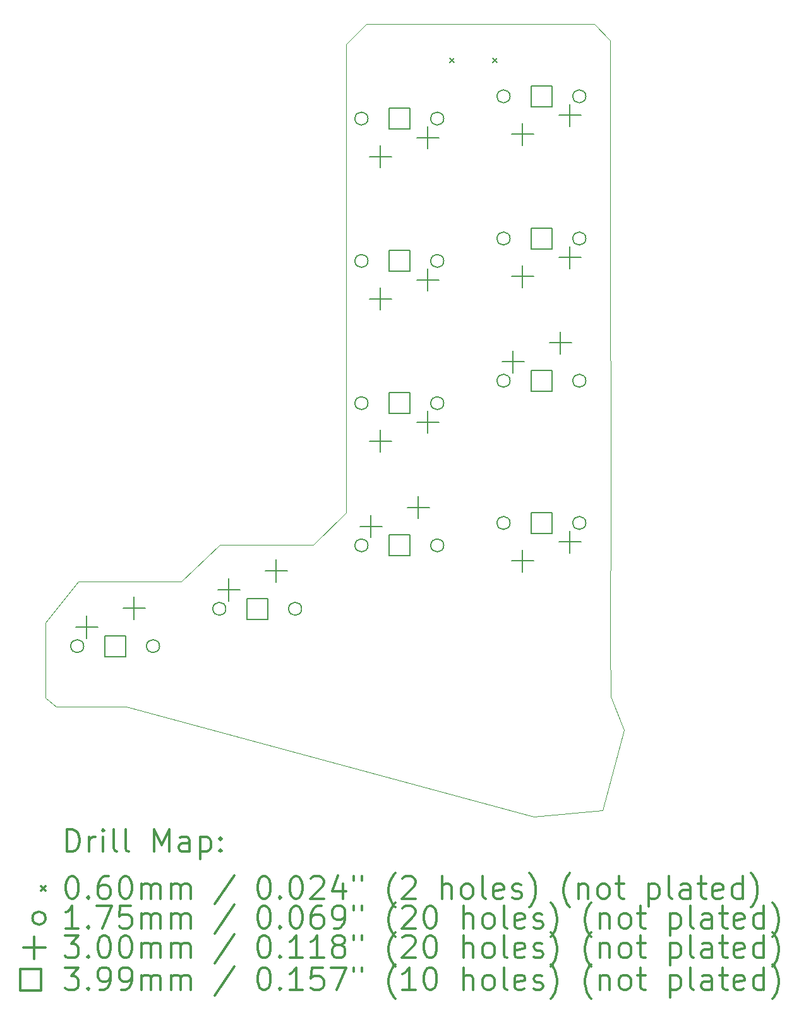
<source format=gbr>
%FSLAX45Y45*%
G04 Gerber Fmt 4.5, Leading zero omitted, Abs format (unit mm)*
G04 Created by KiCad (PCBNEW (5.1.4)-1) date 2023-02-10 21:16:50*
%MOMM*%
%LPD*%
G04 APERTURE LIST*
%ADD10C,0.050000*%
%ADD11C,0.200000*%
%ADD12C,0.300000*%
G04 APERTURE END LIST*
D10*
X12925419Y-47405040D02*
X13213232Y-46328860D01*
X13033421Y-45883812D02*
X13032185Y-45151986D01*
X13033421Y-45883812D02*
X13213232Y-46328860D01*
X9763279Y-36876295D02*
X12813279Y-36876295D01*
X5463279Y-44891295D02*
X5903279Y-44341295D01*
X13031480Y-37091016D02*
X12813279Y-36876295D01*
X13031346Y-39391871D02*
X13031480Y-39216016D01*
X5463279Y-45901295D02*
X5603279Y-46021295D01*
X6523279Y-46021295D02*
X6543279Y-46021295D01*
X9493279Y-39271295D02*
X9493279Y-43421295D01*
X6523279Y-46021295D02*
X5603279Y-46021295D01*
X9050000Y-43850000D02*
X9493279Y-43421295D01*
X7800000Y-43850000D02*
X7283279Y-44341295D01*
X9763279Y-36876295D02*
X9493279Y-37146295D01*
X5463279Y-44891295D02*
X5463279Y-45901295D01*
X13031346Y-39391871D02*
X13033920Y-43349053D01*
X13032185Y-45151986D02*
X13032767Y-45050023D01*
X12925419Y-47405040D02*
X12003279Y-47491295D01*
X13033920Y-43349053D02*
X13032767Y-45050023D01*
X13031480Y-37311016D02*
X13031480Y-37091016D01*
X9493279Y-39271295D02*
X9493279Y-37366295D01*
X9493279Y-37366295D02*
X9493279Y-37146295D01*
X13031480Y-39216016D02*
X13031480Y-37311016D01*
X9050000Y-43850000D02*
X7800000Y-43850000D01*
X7283279Y-44341295D02*
X5903279Y-44341295D01*
X12003279Y-47491295D02*
X6543279Y-46021295D01*
D11*
X10879000Y-37331500D02*
X10939000Y-37391500D01*
X10939000Y-37331500D02*
X10879000Y-37391500D01*
X11457000Y-37331500D02*
X11517000Y-37391500D01*
X11517000Y-37331500D02*
X11457000Y-37391500D01*
X11687779Y-39746295D02*
G75*
G03X11687779Y-39746295I-87500J0D01*
G01*
X12703779Y-39746295D02*
G75*
G03X12703779Y-39746295I-87500J0D01*
G01*
X9782779Y-38140000D02*
G75*
G03X9782779Y-38140000I-87500J0D01*
G01*
X10798779Y-38140000D02*
G75*
G03X10798779Y-38140000I-87500J0D01*
G01*
X9782779Y-41951295D02*
G75*
G03X9782779Y-41951295I-87500J0D01*
G01*
X10798779Y-41951295D02*
G75*
G03X10798779Y-41951295I-87500J0D01*
G01*
X9782779Y-43856295D02*
G75*
G03X9782779Y-43856295I-87500J0D01*
G01*
X10798779Y-43856295D02*
G75*
G03X10798779Y-43856295I-87500J0D01*
G01*
X11687779Y-43556295D02*
G75*
G03X11687779Y-43556295I-87500J0D01*
G01*
X12703779Y-43556295D02*
G75*
G03X12703779Y-43556295I-87500J0D01*
G01*
X5972779Y-45206295D02*
G75*
G03X5972779Y-45206295I-87500J0D01*
G01*
X6988779Y-45206295D02*
G75*
G03X6988779Y-45206295I-87500J0D01*
G01*
X7877779Y-44706295D02*
G75*
G03X7877779Y-44706295I-87500J0D01*
G01*
X8893779Y-44706295D02*
G75*
G03X8893779Y-44706295I-87500J0D01*
G01*
X11687779Y-37842000D02*
G75*
G03X11687779Y-37842000I-87500J0D01*
G01*
X12703779Y-37842000D02*
G75*
G03X12703779Y-37842000I-87500J0D01*
G01*
X11687779Y-41651295D02*
G75*
G03X11687779Y-41651295I-87500J0D01*
G01*
X12703779Y-41651295D02*
G75*
G03X12703779Y-41651295I-87500J0D01*
G01*
X9782779Y-40046295D02*
G75*
G03X9782779Y-40046295I-87500J0D01*
G01*
X10798779Y-40046295D02*
G75*
G03X10798779Y-40046295I-87500J0D01*
G01*
X11854279Y-43914295D02*
X11854279Y-44214295D01*
X11704279Y-44064295D02*
X12004279Y-44064295D01*
X12489279Y-43660295D02*
X12489279Y-43960295D01*
X12339279Y-43810295D02*
X12639279Y-43810295D01*
X6012279Y-44802295D02*
X6012279Y-45102295D01*
X5862279Y-44952295D02*
X6162279Y-44952295D01*
X6647279Y-44548295D02*
X6647279Y-44848295D01*
X6497279Y-44698295D02*
X6797279Y-44698295D01*
X7917279Y-44302295D02*
X7917279Y-44602295D01*
X7767279Y-44452295D02*
X8067279Y-44452295D01*
X8552279Y-44048295D02*
X8552279Y-44348295D01*
X8402279Y-44198295D02*
X8702279Y-44198295D01*
X11854279Y-38200000D02*
X11854279Y-38500000D01*
X11704279Y-38350000D02*
X12004279Y-38350000D01*
X12489279Y-37946000D02*
X12489279Y-38246000D01*
X12339279Y-38096000D02*
X12639279Y-38096000D01*
X11727279Y-41247295D02*
X11727279Y-41547295D01*
X11577279Y-41397295D02*
X11877279Y-41397295D01*
X12362279Y-40993295D02*
X12362279Y-41293295D01*
X12212279Y-41143295D02*
X12512279Y-41143295D01*
X9949279Y-40404295D02*
X9949279Y-40704295D01*
X9799279Y-40554295D02*
X10099279Y-40554295D01*
X10584279Y-40150295D02*
X10584279Y-40450295D01*
X10434279Y-40300295D02*
X10734279Y-40300295D01*
X11854279Y-40104295D02*
X11854279Y-40404295D01*
X11704279Y-40254295D02*
X12004279Y-40254295D01*
X12489279Y-39850295D02*
X12489279Y-40150295D01*
X12339279Y-40000295D02*
X12639279Y-40000295D01*
X9949279Y-38498000D02*
X9949279Y-38798000D01*
X9799279Y-38648000D02*
X10099279Y-38648000D01*
X10584279Y-38244000D02*
X10584279Y-38544000D01*
X10434279Y-38394000D02*
X10734279Y-38394000D01*
X9949279Y-42309295D02*
X9949279Y-42609295D01*
X9799279Y-42459295D02*
X10099279Y-42459295D01*
X10584279Y-42055295D02*
X10584279Y-42355295D01*
X10434279Y-42205295D02*
X10734279Y-42205295D01*
X9822279Y-43452295D02*
X9822279Y-43752295D01*
X9672279Y-43602295D02*
X9972279Y-43602295D01*
X10457279Y-43198295D02*
X10457279Y-43498295D01*
X10307279Y-43348295D02*
X10607279Y-43348295D01*
X12249270Y-39887287D02*
X12249270Y-39605304D01*
X11967288Y-39605304D01*
X11967288Y-39887287D01*
X12249270Y-39887287D01*
X10344270Y-38280991D02*
X10344270Y-37999009D01*
X10062288Y-37999009D01*
X10062288Y-38280991D01*
X10344270Y-38280991D01*
X10344270Y-42092287D02*
X10344270Y-41810304D01*
X10062288Y-41810304D01*
X10062288Y-42092287D01*
X10344270Y-42092287D01*
X10344270Y-43997287D02*
X10344270Y-43715304D01*
X10062288Y-43715304D01*
X10062288Y-43997287D01*
X10344270Y-43997287D01*
X12249270Y-43697287D02*
X12249270Y-43415304D01*
X11967287Y-43415304D01*
X11967287Y-43697287D01*
X12249270Y-43697287D01*
X6534270Y-45347287D02*
X6534270Y-45065304D01*
X6252287Y-45065304D01*
X6252287Y-45347287D01*
X6534270Y-45347287D01*
X8439270Y-44847287D02*
X8439270Y-44565304D01*
X8157287Y-44565304D01*
X8157287Y-44847287D01*
X8439270Y-44847287D01*
X12249270Y-37982991D02*
X12249270Y-37701009D01*
X11967288Y-37701009D01*
X11967288Y-37982991D01*
X12249270Y-37982991D01*
X12249270Y-41792287D02*
X12249270Y-41510304D01*
X11967287Y-41510304D01*
X11967287Y-41792287D01*
X12249270Y-41792287D01*
X10344270Y-40187287D02*
X10344270Y-39905304D01*
X10062288Y-39905304D01*
X10062288Y-40187287D01*
X10344270Y-40187287D01*
D12*
X5747207Y-47959509D02*
X5747207Y-47659509D01*
X5818636Y-47659509D01*
X5861493Y-47673795D01*
X5890064Y-47702367D01*
X5904350Y-47730938D01*
X5918636Y-47788081D01*
X5918636Y-47830938D01*
X5904350Y-47888081D01*
X5890064Y-47916652D01*
X5861493Y-47945224D01*
X5818636Y-47959509D01*
X5747207Y-47959509D01*
X6047207Y-47959509D02*
X6047207Y-47759509D01*
X6047207Y-47816652D02*
X6061493Y-47788081D01*
X6075779Y-47773795D01*
X6104350Y-47759509D01*
X6132922Y-47759509D01*
X6232922Y-47959509D02*
X6232922Y-47759509D01*
X6232922Y-47659509D02*
X6218636Y-47673795D01*
X6232922Y-47688081D01*
X6247207Y-47673795D01*
X6232922Y-47659509D01*
X6232922Y-47688081D01*
X6418636Y-47959509D02*
X6390064Y-47945224D01*
X6375779Y-47916652D01*
X6375779Y-47659509D01*
X6575779Y-47959509D02*
X6547207Y-47945224D01*
X6532922Y-47916652D01*
X6532922Y-47659509D01*
X6918636Y-47959509D02*
X6918636Y-47659509D01*
X7018636Y-47873795D01*
X7118636Y-47659509D01*
X7118636Y-47959509D01*
X7390064Y-47959509D02*
X7390064Y-47802367D01*
X7375779Y-47773795D01*
X7347207Y-47759509D01*
X7290064Y-47759509D01*
X7261493Y-47773795D01*
X7390064Y-47945224D02*
X7361493Y-47959509D01*
X7290064Y-47959509D01*
X7261493Y-47945224D01*
X7247207Y-47916652D01*
X7247207Y-47888081D01*
X7261493Y-47859509D01*
X7290064Y-47845224D01*
X7361493Y-47845224D01*
X7390064Y-47830938D01*
X7532922Y-47759509D02*
X7532922Y-48059509D01*
X7532922Y-47773795D02*
X7561493Y-47759509D01*
X7618636Y-47759509D01*
X7647207Y-47773795D01*
X7661493Y-47788081D01*
X7675779Y-47816652D01*
X7675779Y-47902367D01*
X7661493Y-47930938D01*
X7647207Y-47945224D01*
X7618636Y-47959509D01*
X7561493Y-47959509D01*
X7532922Y-47945224D01*
X7804350Y-47930938D02*
X7818636Y-47945224D01*
X7804350Y-47959509D01*
X7790064Y-47945224D01*
X7804350Y-47930938D01*
X7804350Y-47959509D01*
X7804350Y-47773795D02*
X7818636Y-47788081D01*
X7804350Y-47802367D01*
X7790064Y-47788081D01*
X7804350Y-47773795D01*
X7804350Y-47802367D01*
X5400779Y-48423795D02*
X5460779Y-48483795D01*
X5460779Y-48423795D02*
X5400779Y-48483795D01*
X5804350Y-48289509D02*
X5832922Y-48289509D01*
X5861493Y-48303795D01*
X5875779Y-48318081D01*
X5890064Y-48346652D01*
X5904350Y-48403795D01*
X5904350Y-48475224D01*
X5890064Y-48532367D01*
X5875779Y-48560938D01*
X5861493Y-48575224D01*
X5832922Y-48589509D01*
X5804350Y-48589509D01*
X5775779Y-48575224D01*
X5761493Y-48560938D01*
X5747207Y-48532367D01*
X5732922Y-48475224D01*
X5732922Y-48403795D01*
X5747207Y-48346652D01*
X5761493Y-48318081D01*
X5775779Y-48303795D01*
X5804350Y-48289509D01*
X6032922Y-48560938D02*
X6047207Y-48575224D01*
X6032922Y-48589509D01*
X6018636Y-48575224D01*
X6032922Y-48560938D01*
X6032922Y-48589509D01*
X6304350Y-48289509D02*
X6247207Y-48289509D01*
X6218636Y-48303795D01*
X6204350Y-48318081D01*
X6175779Y-48360938D01*
X6161493Y-48418081D01*
X6161493Y-48532367D01*
X6175779Y-48560938D01*
X6190064Y-48575224D01*
X6218636Y-48589509D01*
X6275779Y-48589509D01*
X6304350Y-48575224D01*
X6318636Y-48560938D01*
X6332922Y-48532367D01*
X6332922Y-48460938D01*
X6318636Y-48432367D01*
X6304350Y-48418081D01*
X6275779Y-48403795D01*
X6218636Y-48403795D01*
X6190064Y-48418081D01*
X6175779Y-48432367D01*
X6161493Y-48460938D01*
X6518636Y-48289509D02*
X6547207Y-48289509D01*
X6575779Y-48303795D01*
X6590064Y-48318081D01*
X6604350Y-48346652D01*
X6618636Y-48403795D01*
X6618636Y-48475224D01*
X6604350Y-48532367D01*
X6590064Y-48560938D01*
X6575779Y-48575224D01*
X6547207Y-48589509D01*
X6518636Y-48589509D01*
X6490064Y-48575224D01*
X6475779Y-48560938D01*
X6461493Y-48532367D01*
X6447207Y-48475224D01*
X6447207Y-48403795D01*
X6461493Y-48346652D01*
X6475779Y-48318081D01*
X6490064Y-48303795D01*
X6518636Y-48289509D01*
X6747207Y-48589509D02*
X6747207Y-48389509D01*
X6747207Y-48418081D02*
X6761493Y-48403795D01*
X6790064Y-48389509D01*
X6832922Y-48389509D01*
X6861493Y-48403795D01*
X6875779Y-48432367D01*
X6875779Y-48589509D01*
X6875779Y-48432367D02*
X6890064Y-48403795D01*
X6918636Y-48389509D01*
X6961493Y-48389509D01*
X6990064Y-48403795D01*
X7004350Y-48432367D01*
X7004350Y-48589509D01*
X7147207Y-48589509D02*
X7147207Y-48389509D01*
X7147207Y-48418081D02*
X7161493Y-48403795D01*
X7190064Y-48389509D01*
X7232922Y-48389509D01*
X7261493Y-48403795D01*
X7275779Y-48432367D01*
X7275779Y-48589509D01*
X7275779Y-48432367D02*
X7290064Y-48403795D01*
X7318636Y-48389509D01*
X7361493Y-48389509D01*
X7390064Y-48403795D01*
X7404350Y-48432367D01*
X7404350Y-48589509D01*
X7990064Y-48275224D02*
X7732922Y-48660938D01*
X8375779Y-48289509D02*
X8404350Y-48289509D01*
X8432922Y-48303795D01*
X8447207Y-48318081D01*
X8461493Y-48346652D01*
X8475779Y-48403795D01*
X8475779Y-48475224D01*
X8461493Y-48532367D01*
X8447207Y-48560938D01*
X8432922Y-48575224D01*
X8404350Y-48589509D01*
X8375779Y-48589509D01*
X8347207Y-48575224D01*
X8332922Y-48560938D01*
X8318636Y-48532367D01*
X8304350Y-48475224D01*
X8304350Y-48403795D01*
X8318636Y-48346652D01*
X8332922Y-48318081D01*
X8347207Y-48303795D01*
X8375779Y-48289509D01*
X8604350Y-48560938D02*
X8618636Y-48575224D01*
X8604350Y-48589509D01*
X8590065Y-48575224D01*
X8604350Y-48560938D01*
X8604350Y-48589509D01*
X8804350Y-48289509D02*
X8832922Y-48289509D01*
X8861493Y-48303795D01*
X8875779Y-48318081D01*
X8890065Y-48346652D01*
X8904350Y-48403795D01*
X8904350Y-48475224D01*
X8890065Y-48532367D01*
X8875779Y-48560938D01*
X8861493Y-48575224D01*
X8832922Y-48589509D01*
X8804350Y-48589509D01*
X8775779Y-48575224D01*
X8761493Y-48560938D01*
X8747207Y-48532367D01*
X8732922Y-48475224D01*
X8732922Y-48403795D01*
X8747207Y-48346652D01*
X8761493Y-48318081D01*
X8775779Y-48303795D01*
X8804350Y-48289509D01*
X9018636Y-48318081D02*
X9032922Y-48303795D01*
X9061493Y-48289509D01*
X9132922Y-48289509D01*
X9161493Y-48303795D01*
X9175779Y-48318081D01*
X9190065Y-48346652D01*
X9190065Y-48375224D01*
X9175779Y-48418081D01*
X9004350Y-48589509D01*
X9190065Y-48589509D01*
X9447207Y-48389509D02*
X9447207Y-48589509D01*
X9375779Y-48275224D02*
X9304350Y-48489509D01*
X9490065Y-48489509D01*
X9590065Y-48289509D02*
X9590065Y-48346652D01*
X9704350Y-48289509D02*
X9704350Y-48346652D01*
X10147207Y-48703795D02*
X10132922Y-48689509D01*
X10104350Y-48646652D01*
X10090065Y-48618081D01*
X10075779Y-48575224D01*
X10061493Y-48503795D01*
X10061493Y-48446652D01*
X10075779Y-48375224D01*
X10090065Y-48332367D01*
X10104350Y-48303795D01*
X10132922Y-48260938D01*
X10147207Y-48246652D01*
X10247207Y-48318081D02*
X10261493Y-48303795D01*
X10290065Y-48289509D01*
X10361493Y-48289509D01*
X10390065Y-48303795D01*
X10404350Y-48318081D01*
X10418636Y-48346652D01*
X10418636Y-48375224D01*
X10404350Y-48418081D01*
X10232922Y-48589509D01*
X10418636Y-48589509D01*
X10775779Y-48589509D02*
X10775779Y-48289509D01*
X10904350Y-48589509D02*
X10904350Y-48432367D01*
X10890065Y-48403795D01*
X10861493Y-48389509D01*
X10818636Y-48389509D01*
X10790065Y-48403795D01*
X10775779Y-48418081D01*
X11090065Y-48589509D02*
X11061493Y-48575224D01*
X11047207Y-48560938D01*
X11032922Y-48532367D01*
X11032922Y-48446652D01*
X11047207Y-48418081D01*
X11061493Y-48403795D01*
X11090065Y-48389509D01*
X11132922Y-48389509D01*
X11161493Y-48403795D01*
X11175779Y-48418081D01*
X11190064Y-48446652D01*
X11190064Y-48532367D01*
X11175779Y-48560938D01*
X11161493Y-48575224D01*
X11132922Y-48589509D01*
X11090065Y-48589509D01*
X11361493Y-48589509D02*
X11332922Y-48575224D01*
X11318636Y-48546652D01*
X11318636Y-48289509D01*
X11590064Y-48575224D02*
X11561493Y-48589509D01*
X11504350Y-48589509D01*
X11475779Y-48575224D01*
X11461493Y-48546652D01*
X11461493Y-48432367D01*
X11475779Y-48403795D01*
X11504350Y-48389509D01*
X11561493Y-48389509D01*
X11590064Y-48403795D01*
X11604350Y-48432367D01*
X11604350Y-48460938D01*
X11461493Y-48489509D01*
X11718636Y-48575224D02*
X11747207Y-48589509D01*
X11804350Y-48589509D01*
X11832922Y-48575224D01*
X11847207Y-48546652D01*
X11847207Y-48532367D01*
X11832922Y-48503795D01*
X11804350Y-48489509D01*
X11761493Y-48489509D01*
X11732922Y-48475224D01*
X11718636Y-48446652D01*
X11718636Y-48432367D01*
X11732922Y-48403795D01*
X11761493Y-48389509D01*
X11804350Y-48389509D01*
X11832922Y-48403795D01*
X11947207Y-48703795D02*
X11961493Y-48689509D01*
X11990064Y-48646652D01*
X12004350Y-48618081D01*
X12018636Y-48575224D01*
X12032922Y-48503795D01*
X12032922Y-48446652D01*
X12018636Y-48375224D01*
X12004350Y-48332367D01*
X11990064Y-48303795D01*
X11961493Y-48260938D01*
X11947207Y-48246652D01*
X12490064Y-48703795D02*
X12475779Y-48689509D01*
X12447207Y-48646652D01*
X12432922Y-48618081D01*
X12418636Y-48575224D01*
X12404350Y-48503795D01*
X12404350Y-48446652D01*
X12418636Y-48375224D01*
X12432922Y-48332367D01*
X12447207Y-48303795D01*
X12475779Y-48260938D01*
X12490064Y-48246652D01*
X12604350Y-48389509D02*
X12604350Y-48589509D01*
X12604350Y-48418081D02*
X12618636Y-48403795D01*
X12647207Y-48389509D01*
X12690064Y-48389509D01*
X12718636Y-48403795D01*
X12732922Y-48432367D01*
X12732922Y-48589509D01*
X12918636Y-48589509D02*
X12890064Y-48575224D01*
X12875779Y-48560938D01*
X12861493Y-48532367D01*
X12861493Y-48446652D01*
X12875779Y-48418081D01*
X12890064Y-48403795D01*
X12918636Y-48389509D01*
X12961493Y-48389509D01*
X12990064Y-48403795D01*
X13004350Y-48418081D01*
X13018636Y-48446652D01*
X13018636Y-48532367D01*
X13004350Y-48560938D01*
X12990064Y-48575224D01*
X12961493Y-48589509D01*
X12918636Y-48589509D01*
X13104350Y-48389509D02*
X13218636Y-48389509D01*
X13147207Y-48289509D02*
X13147207Y-48546652D01*
X13161493Y-48575224D01*
X13190064Y-48589509D01*
X13218636Y-48589509D01*
X13547207Y-48389509D02*
X13547207Y-48689509D01*
X13547207Y-48403795D02*
X13575779Y-48389509D01*
X13632922Y-48389509D01*
X13661493Y-48403795D01*
X13675779Y-48418081D01*
X13690064Y-48446652D01*
X13690064Y-48532367D01*
X13675779Y-48560938D01*
X13661493Y-48575224D01*
X13632922Y-48589509D01*
X13575779Y-48589509D01*
X13547207Y-48575224D01*
X13861493Y-48589509D02*
X13832922Y-48575224D01*
X13818636Y-48546652D01*
X13818636Y-48289509D01*
X14104350Y-48589509D02*
X14104350Y-48432367D01*
X14090064Y-48403795D01*
X14061493Y-48389509D01*
X14004350Y-48389509D01*
X13975779Y-48403795D01*
X14104350Y-48575224D02*
X14075779Y-48589509D01*
X14004350Y-48589509D01*
X13975779Y-48575224D01*
X13961493Y-48546652D01*
X13961493Y-48518081D01*
X13975779Y-48489509D01*
X14004350Y-48475224D01*
X14075779Y-48475224D01*
X14104350Y-48460938D01*
X14204350Y-48389509D02*
X14318636Y-48389509D01*
X14247207Y-48289509D02*
X14247207Y-48546652D01*
X14261493Y-48575224D01*
X14290064Y-48589509D01*
X14318636Y-48589509D01*
X14532922Y-48575224D02*
X14504350Y-48589509D01*
X14447207Y-48589509D01*
X14418636Y-48575224D01*
X14404350Y-48546652D01*
X14404350Y-48432367D01*
X14418636Y-48403795D01*
X14447207Y-48389509D01*
X14504350Y-48389509D01*
X14532922Y-48403795D01*
X14547207Y-48432367D01*
X14547207Y-48460938D01*
X14404350Y-48489509D01*
X14804350Y-48589509D02*
X14804350Y-48289509D01*
X14804350Y-48575224D02*
X14775779Y-48589509D01*
X14718636Y-48589509D01*
X14690064Y-48575224D01*
X14675779Y-48560938D01*
X14661493Y-48532367D01*
X14661493Y-48446652D01*
X14675779Y-48418081D01*
X14690064Y-48403795D01*
X14718636Y-48389509D01*
X14775779Y-48389509D01*
X14804350Y-48403795D01*
X14918636Y-48703795D02*
X14932922Y-48689509D01*
X14961493Y-48646652D01*
X14975779Y-48618081D01*
X14990064Y-48575224D01*
X15004350Y-48503795D01*
X15004350Y-48446652D01*
X14990064Y-48375224D01*
X14975779Y-48332367D01*
X14961493Y-48303795D01*
X14932922Y-48260938D01*
X14918636Y-48246652D01*
X5460779Y-48849795D02*
G75*
G03X5460779Y-48849795I-87500J0D01*
G01*
X5904350Y-48985509D02*
X5732922Y-48985509D01*
X5818636Y-48985509D02*
X5818636Y-48685509D01*
X5790064Y-48728367D01*
X5761493Y-48756938D01*
X5732922Y-48771224D01*
X6032922Y-48956938D02*
X6047207Y-48971224D01*
X6032922Y-48985509D01*
X6018636Y-48971224D01*
X6032922Y-48956938D01*
X6032922Y-48985509D01*
X6147207Y-48685509D02*
X6347207Y-48685509D01*
X6218636Y-48985509D01*
X6604350Y-48685509D02*
X6461493Y-48685509D01*
X6447207Y-48828367D01*
X6461493Y-48814081D01*
X6490064Y-48799795D01*
X6561493Y-48799795D01*
X6590064Y-48814081D01*
X6604350Y-48828367D01*
X6618636Y-48856938D01*
X6618636Y-48928367D01*
X6604350Y-48956938D01*
X6590064Y-48971224D01*
X6561493Y-48985509D01*
X6490064Y-48985509D01*
X6461493Y-48971224D01*
X6447207Y-48956938D01*
X6747207Y-48985509D02*
X6747207Y-48785509D01*
X6747207Y-48814081D02*
X6761493Y-48799795D01*
X6790064Y-48785509D01*
X6832922Y-48785509D01*
X6861493Y-48799795D01*
X6875779Y-48828367D01*
X6875779Y-48985509D01*
X6875779Y-48828367D02*
X6890064Y-48799795D01*
X6918636Y-48785509D01*
X6961493Y-48785509D01*
X6990064Y-48799795D01*
X7004350Y-48828367D01*
X7004350Y-48985509D01*
X7147207Y-48985509D02*
X7147207Y-48785509D01*
X7147207Y-48814081D02*
X7161493Y-48799795D01*
X7190064Y-48785509D01*
X7232922Y-48785509D01*
X7261493Y-48799795D01*
X7275779Y-48828367D01*
X7275779Y-48985509D01*
X7275779Y-48828367D02*
X7290064Y-48799795D01*
X7318636Y-48785509D01*
X7361493Y-48785509D01*
X7390064Y-48799795D01*
X7404350Y-48828367D01*
X7404350Y-48985509D01*
X7990064Y-48671224D02*
X7732922Y-49056938D01*
X8375779Y-48685509D02*
X8404350Y-48685509D01*
X8432922Y-48699795D01*
X8447207Y-48714081D01*
X8461493Y-48742652D01*
X8475779Y-48799795D01*
X8475779Y-48871224D01*
X8461493Y-48928367D01*
X8447207Y-48956938D01*
X8432922Y-48971224D01*
X8404350Y-48985509D01*
X8375779Y-48985509D01*
X8347207Y-48971224D01*
X8332922Y-48956938D01*
X8318636Y-48928367D01*
X8304350Y-48871224D01*
X8304350Y-48799795D01*
X8318636Y-48742652D01*
X8332922Y-48714081D01*
X8347207Y-48699795D01*
X8375779Y-48685509D01*
X8604350Y-48956938D02*
X8618636Y-48971224D01*
X8604350Y-48985509D01*
X8590065Y-48971224D01*
X8604350Y-48956938D01*
X8604350Y-48985509D01*
X8804350Y-48685509D02*
X8832922Y-48685509D01*
X8861493Y-48699795D01*
X8875779Y-48714081D01*
X8890065Y-48742652D01*
X8904350Y-48799795D01*
X8904350Y-48871224D01*
X8890065Y-48928367D01*
X8875779Y-48956938D01*
X8861493Y-48971224D01*
X8832922Y-48985509D01*
X8804350Y-48985509D01*
X8775779Y-48971224D01*
X8761493Y-48956938D01*
X8747207Y-48928367D01*
X8732922Y-48871224D01*
X8732922Y-48799795D01*
X8747207Y-48742652D01*
X8761493Y-48714081D01*
X8775779Y-48699795D01*
X8804350Y-48685509D01*
X9161493Y-48685509D02*
X9104350Y-48685509D01*
X9075779Y-48699795D01*
X9061493Y-48714081D01*
X9032922Y-48756938D01*
X9018636Y-48814081D01*
X9018636Y-48928367D01*
X9032922Y-48956938D01*
X9047207Y-48971224D01*
X9075779Y-48985509D01*
X9132922Y-48985509D01*
X9161493Y-48971224D01*
X9175779Y-48956938D01*
X9190065Y-48928367D01*
X9190065Y-48856938D01*
X9175779Y-48828367D01*
X9161493Y-48814081D01*
X9132922Y-48799795D01*
X9075779Y-48799795D01*
X9047207Y-48814081D01*
X9032922Y-48828367D01*
X9018636Y-48856938D01*
X9332922Y-48985509D02*
X9390065Y-48985509D01*
X9418636Y-48971224D01*
X9432922Y-48956938D01*
X9461493Y-48914081D01*
X9475779Y-48856938D01*
X9475779Y-48742652D01*
X9461493Y-48714081D01*
X9447207Y-48699795D01*
X9418636Y-48685509D01*
X9361493Y-48685509D01*
X9332922Y-48699795D01*
X9318636Y-48714081D01*
X9304350Y-48742652D01*
X9304350Y-48814081D01*
X9318636Y-48842652D01*
X9332922Y-48856938D01*
X9361493Y-48871224D01*
X9418636Y-48871224D01*
X9447207Y-48856938D01*
X9461493Y-48842652D01*
X9475779Y-48814081D01*
X9590065Y-48685509D02*
X9590065Y-48742652D01*
X9704350Y-48685509D02*
X9704350Y-48742652D01*
X10147207Y-49099795D02*
X10132922Y-49085509D01*
X10104350Y-49042652D01*
X10090065Y-49014081D01*
X10075779Y-48971224D01*
X10061493Y-48899795D01*
X10061493Y-48842652D01*
X10075779Y-48771224D01*
X10090065Y-48728367D01*
X10104350Y-48699795D01*
X10132922Y-48656938D01*
X10147207Y-48642652D01*
X10247207Y-48714081D02*
X10261493Y-48699795D01*
X10290065Y-48685509D01*
X10361493Y-48685509D01*
X10390065Y-48699795D01*
X10404350Y-48714081D01*
X10418636Y-48742652D01*
X10418636Y-48771224D01*
X10404350Y-48814081D01*
X10232922Y-48985509D01*
X10418636Y-48985509D01*
X10604350Y-48685509D02*
X10632922Y-48685509D01*
X10661493Y-48699795D01*
X10675779Y-48714081D01*
X10690065Y-48742652D01*
X10704350Y-48799795D01*
X10704350Y-48871224D01*
X10690065Y-48928367D01*
X10675779Y-48956938D01*
X10661493Y-48971224D01*
X10632922Y-48985509D01*
X10604350Y-48985509D01*
X10575779Y-48971224D01*
X10561493Y-48956938D01*
X10547207Y-48928367D01*
X10532922Y-48871224D01*
X10532922Y-48799795D01*
X10547207Y-48742652D01*
X10561493Y-48714081D01*
X10575779Y-48699795D01*
X10604350Y-48685509D01*
X11061493Y-48985509D02*
X11061493Y-48685509D01*
X11190064Y-48985509D02*
X11190064Y-48828367D01*
X11175779Y-48799795D01*
X11147207Y-48785509D01*
X11104350Y-48785509D01*
X11075779Y-48799795D01*
X11061493Y-48814081D01*
X11375779Y-48985509D02*
X11347207Y-48971224D01*
X11332922Y-48956938D01*
X11318636Y-48928367D01*
X11318636Y-48842652D01*
X11332922Y-48814081D01*
X11347207Y-48799795D01*
X11375779Y-48785509D01*
X11418636Y-48785509D01*
X11447207Y-48799795D01*
X11461493Y-48814081D01*
X11475779Y-48842652D01*
X11475779Y-48928367D01*
X11461493Y-48956938D01*
X11447207Y-48971224D01*
X11418636Y-48985509D01*
X11375779Y-48985509D01*
X11647207Y-48985509D02*
X11618636Y-48971224D01*
X11604350Y-48942652D01*
X11604350Y-48685509D01*
X11875779Y-48971224D02*
X11847207Y-48985509D01*
X11790064Y-48985509D01*
X11761493Y-48971224D01*
X11747207Y-48942652D01*
X11747207Y-48828367D01*
X11761493Y-48799795D01*
X11790064Y-48785509D01*
X11847207Y-48785509D01*
X11875779Y-48799795D01*
X11890064Y-48828367D01*
X11890064Y-48856938D01*
X11747207Y-48885509D01*
X12004350Y-48971224D02*
X12032922Y-48985509D01*
X12090064Y-48985509D01*
X12118636Y-48971224D01*
X12132922Y-48942652D01*
X12132922Y-48928367D01*
X12118636Y-48899795D01*
X12090064Y-48885509D01*
X12047207Y-48885509D01*
X12018636Y-48871224D01*
X12004350Y-48842652D01*
X12004350Y-48828367D01*
X12018636Y-48799795D01*
X12047207Y-48785509D01*
X12090064Y-48785509D01*
X12118636Y-48799795D01*
X12232922Y-49099795D02*
X12247207Y-49085509D01*
X12275779Y-49042652D01*
X12290064Y-49014081D01*
X12304350Y-48971224D01*
X12318636Y-48899795D01*
X12318636Y-48842652D01*
X12304350Y-48771224D01*
X12290064Y-48728367D01*
X12275779Y-48699795D01*
X12247207Y-48656938D01*
X12232922Y-48642652D01*
X12775779Y-49099795D02*
X12761493Y-49085509D01*
X12732922Y-49042652D01*
X12718636Y-49014081D01*
X12704350Y-48971224D01*
X12690064Y-48899795D01*
X12690064Y-48842652D01*
X12704350Y-48771224D01*
X12718636Y-48728367D01*
X12732922Y-48699795D01*
X12761493Y-48656938D01*
X12775779Y-48642652D01*
X12890064Y-48785509D02*
X12890064Y-48985509D01*
X12890064Y-48814081D02*
X12904350Y-48799795D01*
X12932922Y-48785509D01*
X12975779Y-48785509D01*
X13004350Y-48799795D01*
X13018636Y-48828367D01*
X13018636Y-48985509D01*
X13204350Y-48985509D02*
X13175779Y-48971224D01*
X13161493Y-48956938D01*
X13147207Y-48928367D01*
X13147207Y-48842652D01*
X13161493Y-48814081D01*
X13175779Y-48799795D01*
X13204350Y-48785509D01*
X13247207Y-48785509D01*
X13275779Y-48799795D01*
X13290064Y-48814081D01*
X13304350Y-48842652D01*
X13304350Y-48928367D01*
X13290064Y-48956938D01*
X13275779Y-48971224D01*
X13247207Y-48985509D01*
X13204350Y-48985509D01*
X13390064Y-48785509D02*
X13504350Y-48785509D01*
X13432922Y-48685509D02*
X13432922Y-48942652D01*
X13447207Y-48971224D01*
X13475779Y-48985509D01*
X13504350Y-48985509D01*
X13832922Y-48785509D02*
X13832922Y-49085509D01*
X13832922Y-48799795D02*
X13861493Y-48785509D01*
X13918636Y-48785509D01*
X13947207Y-48799795D01*
X13961493Y-48814081D01*
X13975779Y-48842652D01*
X13975779Y-48928367D01*
X13961493Y-48956938D01*
X13947207Y-48971224D01*
X13918636Y-48985509D01*
X13861493Y-48985509D01*
X13832922Y-48971224D01*
X14147207Y-48985509D02*
X14118636Y-48971224D01*
X14104350Y-48942652D01*
X14104350Y-48685509D01*
X14390064Y-48985509D02*
X14390064Y-48828367D01*
X14375779Y-48799795D01*
X14347207Y-48785509D01*
X14290064Y-48785509D01*
X14261493Y-48799795D01*
X14390064Y-48971224D02*
X14361493Y-48985509D01*
X14290064Y-48985509D01*
X14261493Y-48971224D01*
X14247207Y-48942652D01*
X14247207Y-48914081D01*
X14261493Y-48885509D01*
X14290064Y-48871224D01*
X14361493Y-48871224D01*
X14390064Y-48856938D01*
X14490064Y-48785509D02*
X14604350Y-48785509D01*
X14532922Y-48685509D02*
X14532922Y-48942652D01*
X14547207Y-48971224D01*
X14575779Y-48985509D01*
X14604350Y-48985509D01*
X14818636Y-48971224D02*
X14790064Y-48985509D01*
X14732922Y-48985509D01*
X14704350Y-48971224D01*
X14690064Y-48942652D01*
X14690064Y-48828367D01*
X14704350Y-48799795D01*
X14732922Y-48785509D01*
X14790064Y-48785509D01*
X14818636Y-48799795D01*
X14832922Y-48828367D01*
X14832922Y-48856938D01*
X14690064Y-48885509D01*
X15090064Y-48985509D02*
X15090064Y-48685509D01*
X15090064Y-48971224D02*
X15061493Y-48985509D01*
X15004350Y-48985509D01*
X14975779Y-48971224D01*
X14961493Y-48956938D01*
X14947207Y-48928367D01*
X14947207Y-48842652D01*
X14961493Y-48814081D01*
X14975779Y-48799795D01*
X15004350Y-48785509D01*
X15061493Y-48785509D01*
X15090064Y-48799795D01*
X15204350Y-49099795D02*
X15218636Y-49085509D01*
X15247207Y-49042652D01*
X15261493Y-49014081D01*
X15275779Y-48971224D01*
X15290064Y-48899795D01*
X15290064Y-48842652D01*
X15275779Y-48771224D01*
X15261493Y-48728367D01*
X15247207Y-48699795D01*
X15218636Y-48656938D01*
X15204350Y-48642652D01*
X5310779Y-49095795D02*
X5310779Y-49395795D01*
X5160779Y-49245795D02*
X5460779Y-49245795D01*
X5718636Y-49081509D02*
X5904350Y-49081509D01*
X5804350Y-49195795D01*
X5847207Y-49195795D01*
X5875779Y-49210081D01*
X5890064Y-49224367D01*
X5904350Y-49252938D01*
X5904350Y-49324367D01*
X5890064Y-49352938D01*
X5875779Y-49367224D01*
X5847207Y-49381509D01*
X5761493Y-49381509D01*
X5732922Y-49367224D01*
X5718636Y-49352938D01*
X6032922Y-49352938D02*
X6047207Y-49367224D01*
X6032922Y-49381509D01*
X6018636Y-49367224D01*
X6032922Y-49352938D01*
X6032922Y-49381509D01*
X6232922Y-49081509D02*
X6261493Y-49081509D01*
X6290064Y-49095795D01*
X6304350Y-49110081D01*
X6318636Y-49138652D01*
X6332922Y-49195795D01*
X6332922Y-49267224D01*
X6318636Y-49324367D01*
X6304350Y-49352938D01*
X6290064Y-49367224D01*
X6261493Y-49381509D01*
X6232922Y-49381509D01*
X6204350Y-49367224D01*
X6190064Y-49352938D01*
X6175779Y-49324367D01*
X6161493Y-49267224D01*
X6161493Y-49195795D01*
X6175779Y-49138652D01*
X6190064Y-49110081D01*
X6204350Y-49095795D01*
X6232922Y-49081509D01*
X6518636Y-49081509D02*
X6547207Y-49081509D01*
X6575779Y-49095795D01*
X6590064Y-49110081D01*
X6604350Y-49138652D01*
X6618636Y-49195795D01*
X6618636Y-49267224D01*
X6604350Y-49324367D01*
X6590064Y-49352938D01*
X6575779Y-49367224D01*
X6547207Y-49381509D01*
X6518636Y-49381509D01*
X6490064Y-49367224D01*
X6475779Y-49352938D01*
X6461493Y-49324367D01*
X6447207Y-49267224D01*
X6447207Y-49195795D01*
X6461493Y-49138652D01*
X6475779Y-49110081D01*
X6490064Y-49095795D01*
X6518636Y-49081509D01*
X6747207Y-49381509D02*
X6747207Y-49181509D01*
X6747207Y-49210081D02*
X6761493Y-49195795D01*
X6790064Y-49181509D01*
X6832922Y-49181509D01*
X6861493Y-49195795D01*
X6875779Y-49224367D01*
X6875779Y-49381509D01*
X6875779Y-49224367D02*
X6890064Y-49195795D01*
X6918636Y-49181509D01*
X6961493Y-49181509D01*
X6990064Y-49195795D01*
X7004350Y-49224367D01*
X7004350Y-49381509D01*
X7147207Y-49381509D02*
X7147207Y-49181509D01*
X7147207Y-49210081D02*
X7161493Y-49195795D01*
X7190064Y-49181509D01*
X7232922Y-49181509D01*
X7261493Y-49195795D01*
X7275779Y-49224367D01*
X7275779Y-49381509D01*
X7275779Y-49224367D02*
X7290064Y-49195795D01*
X7318636Y-49181509D01*
X7361493Y-49181509D01*
X7390064Y-49195795D01*
X7404350Y-49224367D01*
X7404350Y-49381509D01*
X7990064Y-49067224D02*
X7732922Y-49452938D01*
X8375779Y-49081509D02*
X8404350Y-49081509D01*
X8432922Y-49095795D01*
X8447207Y-49110081D01*
X8461493Y-49138652D01*
X8475779Y-49195795D01*
X8475779Y-49267224D01*
X8461493Y-49324367D01*
X8447207Y-49352938D01*
X8432922Y-49367224D01*
X8404350Y-49381509D01*
X8375779Y-49381509D01*
X8347207Y-49367224D01*
X8332922Y-49352938D01*
X8318636Y-49324367D01*
X8304350Y-49267224D01*
X8304350Y-49195795D01*
X8318636Y-49138652D01*
X8332922Y-49110081D01*
X8347207Y-49095795D01*
X8375779Y-49081509D01*
X8604350Y-49352938D02*
X8618636Y-49367224D01*
X8604350Y-49381509D01*
X8590065Y-49367224D01*
X8604350Y-49352938D01*
X8604350Y-49381509D01*
X8904350Y-49381509D02*
X8732922Y-49381509D01*
X8818636Y-49381509D02*
X8818636Y-49081509D01*
X8790065Y-49124367D01*
X8761493Y-49152938D01*
X8732922Y-49167224D01*
X9190065Y-49381509D02*
X9018636Y-49381509D01*
X9104350Y-49381509D02*
X9104350Y-49081509D01*
X9075779Y-49124367D01*
X9047207Y-49152938D01*
X9018636Y-49167224D01*
X9361493Y-49210081D02*
X9332922Y-49195795D01*
X9318636Y-49181509D01*
X9304350Y-49152938D01*
X9304350Y-49138652D01*
X9318636Y-49110081D01*
X9332922Y-49095795D01*
X9361493Y-49081509D01*
X9418636Y-49081509D01*
X9447207Y-49095795D01*
X9461493Y-49110081D01*
X9475779Y-49138652D01*
X9475779Y-49152938D01*
X9461493Y-49181509D01*
X9447207Y-49195795D01*
X9418636Y-49210081D01*
X9361493Y-49210081D01*
X9332922Y-49224367D01*
X9318636Y-49238652D01*
X9304350Y-49267224D01*
X9304350Y-49324367D01*
X9318636Y-49352938D01*
X9332922Y-49367224D01*
X9361493Y-49381509D01*
X9418636Y-49381509D01*
X9447207Y-49367224D01*
X9461493Y-49352938D01*
X9475779Y-49324367D01*
X9475779Y-49267224D01*
X9461493Y-49238652D01*
X9447207Y-49224367D01*
X9418636Y-49210081D01*
X9590065Y-49081509D02*
X9590065Y-49138652D01*
X9704350Y-49081509D02*
X9704350Y-49138652D01*
X10147207Y-49495795D02*
X10132922Y-49481509D01*
X10104350Y-49438652D01*
X10090065Y-49410081D01*
X10075779Y-49367224D01*
X10061493Y-49295795D01*
X10061493Y-49238652D01*
X10075779Y-49167224D01*
X10090065Y-49124367D01*
X10104350Y-49095795D01*
X10132922Y-49052938D01*
X10147207Y-49038652D01*
X10247207Y-49110081D02*
X10261493Y-49095795D01*
X10290065Y-49081509D01*
X10361493Y-49081509D01*
X10390065Y-49095795D01*
X10404350Y-49110081D01*
X10418636Y-49138652D01*
X10418636Y-49167224D01*
X10404350Y-49210081D01*
X10232922Y-49381509D01*
X10418636Y-49381509D01*
X10604350Y-49081509D02*
X10632922Y-49081509D01*
X10661493Y-49095795D01*
X10675779Y-49110081D01*
X10690065Y-49138652D01*
X10704350Y-49195795D01*
X10704350Y-49267224D01*
X10690065Y-49324367D01*
X10675779Y-49352938D01*
X10661493Y-49367224D01*
X10632922Y-49381509D01*
X10604350Y-49381509D01*
X10575779Y-49367224D01*
X10561493Y-49352938D01*
X10547207Y-49324367D01*
X10532922Y-49267224D01*
X10532922Y-49195795D01*
X10547207Y-49138652D01*
X10561493Y-49110081D01*
X10575779Y-49095795D01*
X10604350Y-49081509D01*
X11061493Y-49381509D02*
X11061493Y-49081509D01*
X11190064Y-49381509D02*
X11190064Y-49224367D01*
X11175779Y-49195795D01*
X11147207Y-49181509D01*
X11104350Y-49181509D01*
X11075779Y-49195795D01*
X11061493Y-49210081D01*
X11375779Y-49381509D02*
X11347207Y-49367224D01*
X11332922Y-49352938D01*
X11318636Y-49324367D01*
X11318636Y-49238652D01*
X11332922Y-49210081D01*
X11347207Y-49195795D01*
X11375779Y-49181509D01*
X11418636Y-49181509D01*
X11447207Y-49195795D01*
X11461493Y-49210081D01*
X11475779Y-49238652D01*
X11475779Y-49324367D01*
X11461493Y-49352938D01*
X11447207Y-49367224D01*
X11418636Y-49381509D01*
X11375779Y-49381509D01*
X11647207Y-49381509D02*
X11618636Y-49367224D01*
X11604350Y-49338652D01*
X11604350Y-49081509D01*
X11875779Y-49367224D02*
X11847207Y-49381509D01*
X11790064Y-49381509D01*
X11761493Y-49367224D01*
X11747207Y-49338652D01*
X11747207Y-49224367D01*
X11761493Y-49195795D01*
X11790064Y-49181509D01*
X11847207Y-49181509D01*
X11875779Y-49195795D01*
X11890064Y-49224367D01*
X11890064Y-49252938D01*
X11747207Y-49281509D01*
X12004350Y-49367224D02*
X12032922Y-49381509D01*
X12090064Y-49381509D01*
X12118636Y-49367224D01*
X12132922Y-49338652D01*
X12132922Y-49324367D01*
X12118636Y-49295795D01*
X12090064Y-49281509D01*
X12047207Y-49281509D01*
X12018636Y-49267224D01*
X12004350Y-49238652D01*
X12004350Y-49224367D01*
X12018636Y-49195795D01*
X12047207Y-49181509D01*
X12090064Y-49181509D01*
X12118636Y-49195795D01*
X12232922Y-49495795D02*
X12247207Y-49481509D01*
X12275779Y-49438652D01*
X12290064Y-49410081D01*
X12304350Y-49367224D01*
X12318636Y-49295795D01*
X12318636Y-49238652D01*
X12304350Y-49167224D01*
X12290064Y-49124367D01*
X12275779Y-49095795D01*
X12247207Y-49052938D01*
X12232922Y-49038652D01*
X12775779Y-49495795D02*
X12761493Y-49481509D01*
X12732922Y-49438652D01*
X12718636Y-49410081D01*
X12704350Y-49367224D01*
X12690064Y-49295795D01*
X12690064Y-49238652D01*
X12704350Y-49167224D01*
X12718636Y-49124367D01*
X12732922Y-49095795D01*
X12761493Y-49052938D01*
X12775779Y-49038652D01*
X12890064Y-49181509D02*
X12890064Y-49381509D01*
X12890064Y-49210081D02*
X12904350Y-49195795D01*
X12932922Y-49181509D01*
X12975779Y-49181509D01*
X13004350Y-49195795D01*
X13018636Y-49224367D01*
X13018636Y-49381509D01*
X13204350Y-49381509D02*
X13175779Y-49367224D01*
X13161493Y-49352938D01*
X13147207Y-49324367D01*
X13147207Y-49238652D01*
X13161493Y-49210081D01*
X13175779Y-49195795D01*
X13204350Y-49181509D01*
X13247207Y-49181509D01*
X13275779Y-49195795D01*
X13290064Y-49210081D01*
X13304350Y-49238652D01*
X13304350Y-49324367D01*
X13290064Y-49352938D01*
X13275779Y-49367224D01*
X13247207Y-49381509D01*
X13204350Y-49381509D01*
X13390064Y-49181509D02*
X13504350Y-49181509D01*
X13432922Y-49081509D02*
X13432922Y-49338652D01*
X13447207Y-49367224D01*
X13475779Y-49381509D01*
X13504350Y-49381509D01*
X13832922Y-49181509D02*
X13832922Y-49481509D01*
X13832922Y-49195795D02*
X13861493Y-49181509D01*
X13918636Y-49181509D01*
X13947207Y-49195795D01*
X13961493Y-49210081D01*
X13975779Y-49238652D01*
X13975779Y-49324367D01*
X13961493Y-49352938D01*
X13947207Y-49367224D01*
X13918636Y-49381509D01*
X13861493Y-49381509D01*
X13832922Y-49367224D01*
X14147207Y-49381509D02*
X14118636Y-49367224D01*
X14104350Y-49338652D01*
X14104350Y-49081509D01*
X14390064Y-49381509D02*
X14390064Y-49224367D01*
X14375779Y-49195795D01*
X14347207Y-49181509D01*
X14290064Y-49181509D01*
X14261493Y-49195795D01*
X14390064Y-49367224D02*
X14361493Y-49381509D01*
X14290064Y-49381509D01*
X14261493Y-49367224D01*
X14247207Y-49338652D01*
X14247207Y-49310081D01*
X14261493Y-49281509D01*
X14290064Y-49267224D01*
X14361493Y-49267224D01*
X14390064Y-49252938D01*
X14490064Y-49181509D02*
X14604350Y-49181509D01*
X14532922Y-49081509D02*
X14532922Y-49338652D01*
X14547207Y-49367224D01*
X14575779Y-49381509D01*
X14604350Y-49381509D01*
X14818636Y-49367224D02*
X14790064Y-49381509D01*
X14732922Y-49381509D01*
X14704350Y-49367224D01*
X14690064Y-49338652D01*
X14690064Y-49224367D01*
X14704350Y-49195795D01*
X14732922Y-49181509D01*
X14790064Y-49181509D01*
X14818636Y-49195795D01*
X14832922Y-49224367D01*
X14832922Y-49252938D01*
X14690064Y-49281509D01*
X15090064Y-49381509D02*
X15090064Y-49081509D01*
X15090064Y-49367224D02*
X15061493Y-49381509D01*
X15004350Y-49381509D01*
X14975779Y-49367224D01*
X14961493Y-49352938D01*
X14947207Y-49324367D01*
X14947207Y-49238652D01*
X14961493Y-49210081D01*
X14975779Y-49195795D01*
X15004350Y-49181509D01*
X15061493Y-49181509D01*
X15090064Y-49195795D01*
X15204350Y-49495795D02*
X15218636Y-49481509D01*
X15247207Y-49438652D01*
X15261493Y-49410081D01*
X15275779Y-49367224D01*
X15290064Y-49295795D01*
X15290064Y-49238652D01*
X15275779Y-49167224D01*
X15261493Y-49124367D01*
X15247207Y-49095795D01*
X15218636Y-49052938D01*
X15204350Y-49038652D01*
X5402380Y-49816787D02*
X5402380Y-49534804D01*
X5120397Y-49534804D01*
X5120397Y-49816787D01*
X5402380Y-49816787D01*
X5718636Y-49511509D02*
X5904350Y-49511509D01*
X5804350Y-49625795D01*
X5847207Y-49625795D01*
X5875779Y-49640081D01*
X5890064Y-49654367D01*
X5904350Y-49682938D01*
X5904350Y-49754367D01*
X5890064Y-49782938D01*
X5875779Y-49797224D01*
X5847207Y-49811509D01*
X5761493Y-49811509D01*
X5732922Y-49797224D01*
X5718636Y-49782938D01*
X6032922Y-49782938D02*
X6047207Y-49797224D01*
X6032922Y-49811509D01*
X6018636Y-49797224D01*
X6032922Y-49782938D01*
X6032922Y-49811509D01*
X6190064Y-49811509D02*
X6247207Y-49811509D01*
X6275779Y-49797224D01*
X6290064Y-49782938D01*
X6318636Y-49740081D01*
X6332922Y-49682938D01*
X6332922Y-49568652D01*
X6318636Y-49540081D01*
X6304350Y-49525795D01*
X6275779Y-49511509D01*
X6218636Y-49511509D01*
X6190064Y-49525795D01*
X6175779Y-49540081D01*
X6161493Y-49568652D01*
X6161493Y-49640081D01*
X6175779Y-49668652D01*
X6190064Y-49682938D01*
X6218636Y-49697224D01*
X6275779Y-49697224D01*
X6304350Y-49682938D01*
X6318636Y-49668652D01*
X6332922Y-49640081D01*
X6475779Y-49811509D02*
X6532922Y-49811509D01*
X6561493Y-49797224D01*
X6575779Y-49782938D01*
X6604350Y-49740081D01*
X6618636Y-49682938D01*
X6618636Y-49568652D01*
X6604350Y-49540081D01*
X6590064Y-49525795D01*
X6561493Y-49511509D01*
X6504350Y-49511509D01*
X6475779Y-49525795D01*
X6461493Y-49540081D01*
X6447207Y-49568652D01*
X6447207Y-49640081D01*
X6461493Y-49668652D01*
X6475779Y-49682938D01*
X6504350Y-49697224D01*
X6561493Y-49697224D01*
X6590064Y-49682938D01*
X6604350Y-49668652D01*
X6618636Y-49640081D01*
X6747207Y-49811509D02*
X6747207Y-49611509D01*
X6747207Y-49640081D02*
X6761493Y-49625795D01*
X6790064Y-49611509D01*
X6832922Y-49611509D01*
X6861493Y-49625795D01*
X6875779Y-49654367D01*
X6875779Y-49811509D01*
X6875779Y-49654367D02*
X6890064Y-49625795D01*
X6918636Y-49611509D01*
X6961493Y-49611509D01*
X6990064Y-49625795D01*
X7004350Y-49654367D01*
X7004350Y-49811509D01*
X7147207Y-49811509D02*
X7147207Y-49611509D01*
X7147207Y-49640081D02*
X7161493Y-49625795D01*
X7190064Y-49611509D01*
X7232922Y-49611509D01*
X7261493Y-49625795D01*
X7275779Y-49654367D01*
X7275779Y-49811509D01*
X7275779Y-49654367D02*
X7290064Y-49625795D01*
X7318636Y-49611509D01*
X7361493Y-49611509D01*
X7390064Y-49625795D01*
X7404350Y-49654367D01*
X7404350Y-49811509D01*
X7990064Y-49497224D02*
X7732922Y-49882938D01*
X8375779Y-49511509D02*
X8404350Y-49511509D01*
X8432922Y-49525795D01*
X8447207Y-49540081D01*
X8461493Y-49568652D01*
X8475779Y-49625795D01*
X8475779Y-49697224D01*
X8461493Y-49754367D01*
X8447207Y-49782938D01*
X8432922Y-49797224D01*
X8404350Y-49811509D01*
X8375779Y-49811509D01*
X8347207Y-49797224D01*
X8332922Y-49782938D01*
X8318636Y-49754367D01*
X8304350Y-49697224D01*
X8304350Y-49625795D01*
X8318636Y-49568652D01*
X8332922Y-49540081D01*
X8347207Y-49525795D01*
X8375779Y-49511509D01*
X8604350Y-49782938D02*
X8618636Y-49797224D01*
X8604350Y-49811509D01*
X8590065Y-49797224D01*
X8604350Y-49782938D01*
X8604350Y-49811509D01*
X8904350Y-49811509D02*
X8732922Y-49811509D01*
X8818636Y-49811509D02*
X8818636Y-49511509D01*
X8790065Y-49554367D01*
X8761493Y-49582938D01*
X8732922Y-49597224D01*
X9175779Y-49511509D02*
X9032922Y-49511509D01*
X9018636Y-49654367D01*
X9032922Y-49640081D01*
X9061493Y-49625795D01*
X9132922Y-49625795D01*
X9161493Y-49640081D01*
X9175779Y-49654367D01*
X9190065Y-49682938D01*
X9190065Y-49754367D01*
X9175779Y-49782938D01*
X9161493Y-49797224D01*
X9132922Y-49811509D01*
X9061493Y-49811509D01*
X9032922Y-49797224D01*
X9018636Y-49782938D01*
X9290065Y-49511509D02*
X9490065Y-49511509D01*
X9361493Y-49811509D01*
X9590065Y-49511509D02*
X9590065Y-49568652D01*
X9704350Y-49511509D02*
X9704350Y-49568652D01*
X10147207Y-49925795D02*
X10132922Y-49911509D01*
X10104350Y-49868652D01*
X10090065Y-49840081D01*
X10075779Y-49797224D01*
X10061493Y-49725795D01*
X10061493Y-49668652D01*
X10075779Y-49597224D01*
X10090065Y-49554367D01*
X10104350Y-49525795D01*
X10132922Y-49482938D01*
X10147207Y-49468652D01*
X10418636Y-49811509D02*
X10247207Y-49811509D01*
X10332922Y-49811509D02*
X10332922Y-49511509D01*
X10304350Y-49554367D01*
X10275779Y-49582938D01*
X10247207Y-49597224D01*
X10604350Y-49511509D02*
X10632922Y-49511509D01*
X10661493Y-49525795D01*
X10675779Y-49540081D01*
X10690065Y-49568652D01*
X10704350Y-49625795D01*
X10704350Y-49697224D01*
X10690065Y-49754367D01*
X10675779Y-49782938D01*
X10661493Y-49797224D01*
X10632922Y-49811509D01*
X10604350Y-49811509D01*
X10575779Y-49797224D01*
X10561493Y-49782938D01*
X10547207Y-49754367D01*
X10532922Y-49697224D01*
X10532922Y-49625795D01*
X10547207Y-49568652D01*
X10561493Y-49540081D01*
X10575779Y-49525795D01*
X10604350Y-49511509D01*
X11061493Y-49811509D02*
X11061493Y-49511509D01*
X11190064Y-49811509D02*
X11190064Y-49654367D01*
X11175779Y-49625795D01*
X11147207Y-49611509D01*
X11104350Y-49611509D01*
X11075779Y-49625795D01*
X11061493Y-49640081D01*
X11375779Y-49811509D02*
X11347207Y-49797224D01*
X11332922Y-49782938D01*
X11318636Y-49754367D01*
X11318636Y-49668652D01*
X11332922Y-49640081D01*
X11347207Y-49625795D01*
X11375779Y-49611509D01*
X11418636Y-49611509D01*
X11447207Y-49625795D01*
X11461493Y-49640081D01*
X11475779Y-49668652D01*
X11475779Y-49754367D01*
X11461493Y-49782938D01*
X11447207Y-49797224D01*
X11418636Y-49811509D01*
X11375779Y-49811509D01*
X11647207Y-49811509D02*
X11618636Y-49797224D01*
X11604350Y-49768652D01*
X11604350Y-49511509D01*
X11875779Y-49797224D02*
X11847207Y-49811509D01*
X11790064Y-49811509D01*
X11761493Y-49797224D01*
X11747207Y-49768652D01*
X11747207Y-49654367D01*
X11761493Y-49625795D01*
X11790064Y-49611509D01*
X11847207Y-49611509D01*
X11875779Y-49625795D01*
X11890064Y-49654367D01*
X11890064Y-49682938D01*
X11747207Y-49711509D01*
X12004350Y-49797224D02*
X12032922Y-49811509D01*
X12090064Y-49811509D01*
X12118636Y-49797224D01*
X12132922Y-49768652D01*
X12132922Y-49754367D01*
X12118636Y-49725795D01*
X12090064Y-49711509D01*
X12047207Y-49711509D01*
X12018636Y-49697224D01*
X12004350Y-49668652D01*
X12004350Y-49654367D01*
X12018636Y-49625795D01*
X12047207Y-49611509D01*
X12090064Y-49611509D01*
X12118636Y-49625795D01*
X12232922Y-49925795D02*
X12247207Y-49911509D01*
X12275779Y-49868652D01*
X12290064Y-49840081D01*
X12304350Y-49797224D01*
X12318636Y-49725795D01*
X12318636Y-49668652D01*
X12304350Y-49597224D01*
X12290064Y-49554367D01*
X12275779Y-49525795D01*
X12247207Y-49482938D01*
X12232922Y-49468652D01*
X12775779Y-49925795D02*
X12761493Y-49911509D01*
X12732922Y-49868652D01*
X12718636Y-49840081D01*
X12704350Y-49797224D01*
X12690064Y-49725795D01*
X12690064Y-49668652D01*
X12704350Y-49597224D01*
X12718636Y-49554367D01*
X12732922Y-49525795D01*
X12761493Y-49482938D01*
X12775779Y-49468652D01*
X12890064Y-49611509D02*
X12890064Y-49811509D01*
X12890064Y-49640081D02*
X12904350Y-49625795D01*
X12932922Y-49611509D01*
X12975779Y-49611509D01*
X13004350Y-49625795D01*
X13018636Y-49654367D01*
X13018636Y-49811509D01*
X13204350Y-49811509D02*
X13175779Y-49797224D01*
X13161493Y-49782938D01*
X13147207Y-49754367D01*
X13147207Y-49668652D01*
X13161493Y-49640081D01*
X13175779Y-49625795D01*
X13204350Y-49611509D01*
X13247207Y-49611509D01*
X13275779Y-49625795D01*
X13290064Y-49640081D01*
X13304350Y-49668652D01*
X13304350Y-49754367D01*
X13290064Y-49782938D01*
X13275779Y-49797224D01*
X13247207Y-49811509D01*
X13204350Y-49811509D01*
X13390064Y-49611509D02*
X13504350Y-49611509D01*
X13432922Y-49511509D02*
X13432922Y-49768652D01*
X13447207Y-49797224D01*
X13475779Y-49811509D01*
X13504350Y-49811509D01*
X13832922Y-49611509D02*
X13832922Y-49911509D01*
X13832922Y-49625795D02*
X13861493Y-49611509D01*
X13918636Y-49611509D01*
X13947207Y-49625795D01*
X13961493Y-49640081D01*
X13975779Y-49668652D01*
X13975779Y-49754367D01*
X13961493Y-49782938D01*
X13947207Y-49797224D01*
X13918636Y-49811509D01*
X13861493Y-49811509D01*
X13832922Y-49797224D01*
X14147207Y-49811509D02*
X14118636Y-49797224D01*
X14104350Y-49768652D01*
X14104350Y-49511509D01*
X14390064Y-49811509D02*
X14390064Y-49654367D01*
X14375779Y-49625795D01*
X14347207Y-49611509D01*
X14290064Y-49611509D01*
X14261493Y-49625795D01*
X14390064Y-49797224D02*
X14361493Y-49811509D01*
X14290064Y-49811509D01*
X14261493Y-49797224D01*
X14247207Y-49768652D01*
X14247207Y-49740081D01*
X14261493Y-49711509D01*
X14290064Y-49697224D01*
X14361493Y-49697224D01*
X14390064Y-49682938D01*
X14490064Y-49611509D02*
X14604350Y-49611509D01*
X14532922Y-49511509D02*
X14532922Y-49768652D01*
X14547207Y-49797224D01*
X14575779Y-49811509D01*
X14604350Y-49811509D01*
X14818636Y-49797224D02*
X14790064Y-49811509D01*
X14732922Y-49811509D01*
X14704350Y-49797224D01*
X14690064Y-49768652D01*
X14690064Y-49654367D01*
X14704350Y-49625795D01*
X14732922Y-49611509D01*
X14790064Y-49611509D01*
X14818636Y-49625795D01*
X14832922Y-49654367D01*
X14832922Y-49682938D01*
X14690064Y-49711509D01*
X15090064Y-49811509D02*
X15090064Y-49511509D01*
X15090064Y-49797224D02*
X15061493Y-49811509D01*
X15004350Y-49811509D01*
X14975779Y-49797224D01*
X14961493Y-49782938D01*
X14947207Y-49754367D01*
X14947207Y-49668652D01*
X14961493Y-49640081D01*
X14975779Y-49625795D01*
X15004350Y-49611509D01*
X15061493Y-49611509D01*
X15090064Y-49625795D01*
X15204350Y-49925795D02*
X15218636Y-49911509D01*
X15247207Y-49868652D01*
X15261493Y-49840081D01*
X15275779Y-49797224D01*
X15290064Y-49725795D01*
X15290064Y-49668652D01*
X15275779Y-49597224D01*
X15261493Y-49554367D01*
X15247207Y-49525795D01*
X15218636Y-49482938D01*
X15204350Y-49468652D01*
M02*

</source>
